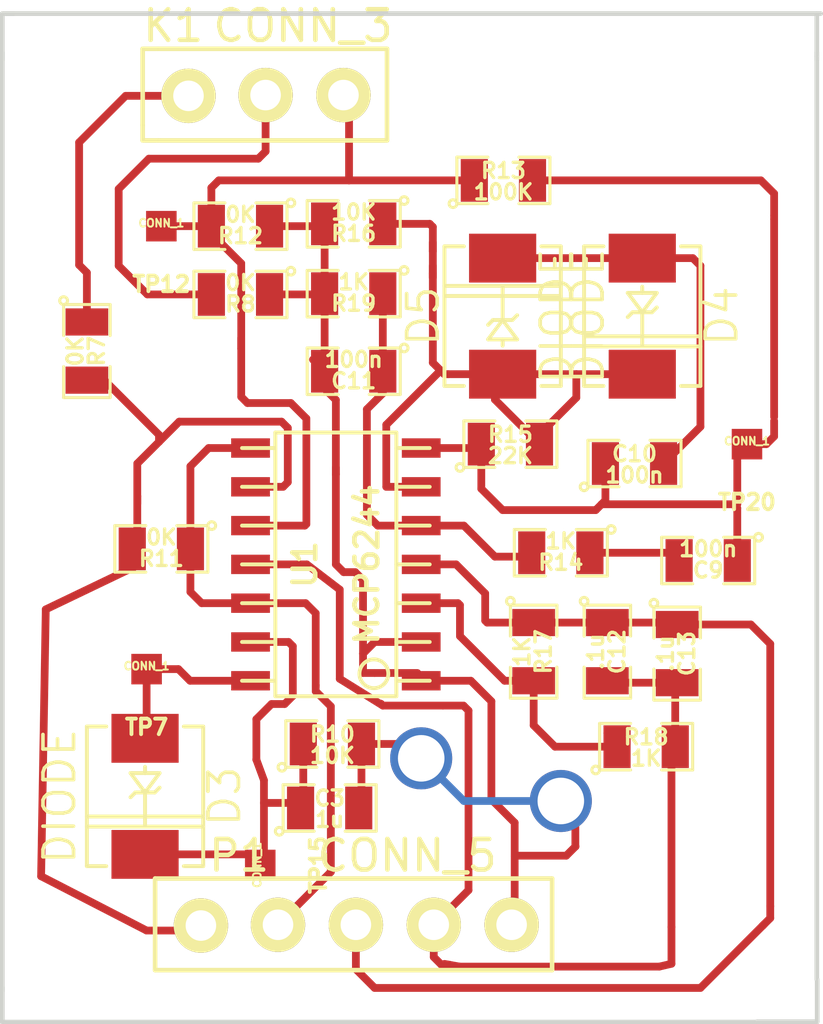
<source format=kicad_pcb>
(kicad_pcb (version 3) (host pcbnew "(2013-07-07 BZR 4022)-stable")

  (general
    (links 52)
    (no_connects 0)
    (area 28.625799 14.0514 55.575201 47.574201)
    (thickness 1.6)
    (drawings 11)
    (tracks 249)
    (zones 0)
    (modules 28)
    (nets 17)
  )

  (page A3)
  (layers
    (15 F.Cu signal)
    (0 B.Cu signal)
    (16 B.Adhes user)
    (17 F.Adhes user)
    (18 B.Paste user)
    (19 F.Paste user)
    (20 B.SilkS user)
    (21 F.SilkS user)
    (22 B.Mask user)
    (23 F.Mask user)
    (24 Dwgs.User user)
    (25 Cmts.User user)
    (26 Eco1.User user)
    (27 Eco2.User user)
    (28 Edge.Cuts user)
  )

  (setup
    (last_trace_width 0.254)
    (user_trace_width 0.6096)
    (trace_clearance 0.254)
    (zone_clearance 0.508)
    (zone_45_only no)
    (trace_min 0.254)
    (segment_width 0.2)
    (edge_width 0.1524)
    (via_size 2.032)
    (via_drill 1.524)
    (via_min_size 0.889)
    (via_min_drill 0.3302)
    (user_via 0.889 0.3302)
    (uvia_size 0.508)
    (uvia_drill 0.127)
    (uvias_allowed no)
    (uvia_min_size 0.508)
    (uvia_min_drill 0.127)
    (pcb_text_width 0.3)
    (pcb_text_size 1.5 1.5)
    (mod_edge_width 0.15)
    (mod_text_size 1 1)
    (mod_text_width 0.15)
    (pad_size 1 1)
    (pad_drill 0)
    (pad_to_mask_clearance 0)
    (aux_axis_origin 0 0)
    (visible_elements 7FFFFFFF)
    (pcbplotparams
      (layerselection 3178497)
      (usegerberextensions true)
      (excludeedgelayer true)
      (linewidth 0.150000)
      (plotframeref false)
      (viasonmask false)
      (mode 1)
      (useauxorigin false)
      (hpglpennumber 1)
      (hpglpenspeed 20)
      (hpglpendiameter 15)
      (hpglpenoverlay 2)
      (psnegative false)
      (psa4output false)
      (plotreference true)
      (plotvalue true)
      (plotothertext true)
      (plotinvisibletext false)
      (padsonsilk false)
      (subtractmaskfromsilk true)
      (outputformat 1)
      (mirror false)
      (drillshape 0)
      (scaleselection 1)
      (outputdirectory "//psf/Home/Documents/Lettuce Buddy HW/Healthy EC Test PCB/Test2/Kicad/Gerbers - second test/"))
  )

  (net 0 "")
  (net 1 /EC/50KPOT)
  (net 2 /EC/5KPOT)
  (net 3 /EC/EC_Meas)
  (net 4 /EC/EC_Probe+)
  (net 5 /EC/G1)
  (net 6 /EC/V+_WallWart)
  (net 7 /EC/VGND)
  (net 8 /EC/f1)
  (net 9 "/EC/pin 14")
  (net 10 "/EC/pin 3")
  (net 11 "/EC/pin 5")
  (net 12 "/EC/pin 6")
  (net 13 "/EC/pin 7")
  (net 14 AC_Shrunk)
  (net 15 AGND)
  (net 16 EC_Signal)

  (net_class Default "This is the default net class."
    (clearance 0.254)
    (trace_width 0.254)
    (via_dia 2.032)
    (via_drill 1.524)
    (uvia_dia 0.508)
    (uvia_drill 0.127)
    (add_net "")
    (add_net /EC/50KPOT)
    (add_net /EC/5KPOT)
    (add_net /EC/EC_Meas)
    (add_net /EC/EC_Probe+)
    (add_net /EC/G1)
    (add_net /EC/V+_WallWart)
    (add_net /EC/VGND)
    (add_net /EC/f1)
    (add_net "/EC/pin 14")
    (add_net "/EC/pin 3")
    (add_net "/EC/pin 5")
    (add_net "/EC/pin 6")
    (add_net "/EC/pin 7")
    (add_net AC_Shrunk)
    (add_net AGND)
    (add_net EC_Signal)
  )

  (module so-14 (layer F.Cu) (tedit 48A6BF8F) (tstamp 5468EC0A)
    (at 39.624 32.512 90)
    (descr SO-14)
    (path /53EF382C/5419C202)
    (attr smd)
    (fp_text reference U1 (at 0 -1.016 90) (layer F.SilkS)
      (effects (font (size 0.7493 0.7493) (thickness 0.14986)))
    )
    (fp_text value MCP6244 (at 0 1.016 90) (layer F.SilkS)
      (effects (font (size 0.7493 0.7493) (thickness 0.14986)))
    )
    (fp_line (start -4.318 -1.9812) (end -4.318 1.9812) (layer F.SilkS) (width 0.127))
    (fp_line (start -4.318 1.9812) (end 4.318 1.9812) (layer F.SilkS) (width 0.127))
    (fp_line (start 4.318 1.9812) (end 4.318 -1.9812) (layer F.SilkS) (width 0.127))
    (fp_line (start 4.318 -1.9812) (end -4.318 -1.9812) (layer F.SilkS) (width 0.127))
    (fp_line (start -2.54 -1.9812) (end -2.54 -3.0734) (layer F.SilkS) (width 0.127))
    (fp_line (start -1.27 -1.9812) (end -1.27 -3.0734) (layer F.SilkS) (width 0.127))
    (fp_line (start 0 -1.9812) (end 0 -3.0734) (layer F.SilkS) (width 0.127))
    (fp_line (start -3.81 -1.9812) (end -3.81 -3.0734) (layer F.SilkS) (width 0.127))
    (fp_line (start 1.27 -3.0734) (end 1.27 -1.9812) (layer F.SilkS) (width 0.127))
    (fp_line (start 2.54 -3.0734) (end 2.54 -1.9812) (layer F.SilkS) (width 0.127))
    (fp_line (start 3.81 -3.0734) (end 3.81 -1.9812) (layer F.SilkS) (width 0.127))
    (fp_line (start 3.81 1.9812) (end 3.81 3.0734) (layer F.SilkS) (width 0.127))
    (fp_line (start 2.54 1.9812) (end 2.54 3.0734) (layer F.SilkS) (width 0.127))
    (fp_line (start -3.81 1.9812) (end -3.81 3.0734) (layer F.SilkS) (width 0.127))
    (fp_line (start -2.54 3.0734) (end -2.54 1.9812) (layer F.SilkS) (width 0.127))
    (fp_line (start 1.27 3.0734) (end 1.27 1.9812) (layer F.SilkS) (width 0.127))
    (fp_line (start 0 3.0734) (end 0 1.9812) (layer F.SilkS) (width 0.127))
    (fp_line (start -1.27 3.0734) (end -1.27 1.9812) (layer F.SilkS) (width 0.127))
    (fp_circle (center -3.5814 1.2446) (end -3.8608 1.6256) (layer F.SilkS) (width 0.127))
    (pad 1 smd rect (at -3.81 2.794 90) (size 0.635 1.27)
      (layers F.Cu F.Paste F.Mask)
      (net 7 /EC/VGND)
    )
    (pad 2 smd rect (at -2.54 2.794 90) (size 0.635 1.27)
      (layers F.Cu F.Paste F.Mask)
      (net 7 /EC/VGND)
    )
    (pad 3 smd rect (at -1.27 2.794 90) (size 0.635 1.27)
      (layers F.Cu F.Paste F.Mask)
      (net 10 "/EC/pin 3")
    )
    (pad 4 smd rect (at 0 2.794 90) (size 0.635 1.27)
      (layers F.Cu F.Paste F.Mask)
      (net 6 /EC/V+_WallWart)
    )
    (pad 5 smd rect (at 1.27 2.794 90) (size 0.635 1.27)
      (layers F.Cu F.Paste F.Mask)
      (net 11 "/EC/pin 5")
    )
    (pad 6 smd rect (at 2.54 2.794 90) (size 0.635 1.27)
      (layers F.Cu F.Paste F.Mask)
      (net 12 "/EC/pin 6")
    )
    (pad 7 smd rect (at 3.81 2.794 90) (size 0.635 1.27)
      (layers F.Cu F.Paste F.Mask)
      (net 13 "/EC/pin 7")
    )
    (pad 8 smd rect (at 3.81 -2.794 90) (size 0.635 1.27)
      (layers F.Cu F.Paste F.Mask)
      (net 16 EC_Signal)
    )
    (pad 9 smd rect (at 2.54 -2.794 90) (size 0.635 1.27)
      (layers F.Cu F.Paste F.Mask)
      (net 4 /EC/EC_Probe+)
    )
    (pad 10 smd rect (at 1.27 -2.794 90) (size 0.635 1.27)
      (layers F.Cu F.Paste F.Mask)
      (net 14 AC_Shrunk)
    )
    (pad 11 smd rect (at 0 -2.794 90) (size 0.635 1.27)
      (layers F.Cu F.Paste F.Mask)
      (net 15 AGND)
    )
    (pad 12 smd rect (at -1.27 -2.794 90) (size 0.635 1.27)
      (layers F.Cu F.Paste F.Mask)
      (net 16 EC_Signal)
    )
    (pad 13 smd rect (at -2.54 -2.794 90) (size 0.635 1.27)
      (layers F.Cu F.Paste F.Mask)
      (net 3 /EC/EC_Meas)
    )
    (pad 14 smd rect (at -3.81 -2.794 90) (size 0.635 1.27)
      (layers F.Cu F.Paste F.Mask)
      (net 9 "/EC/pin 14")
    )
    (model smd/smd_dil/so-14.wrl
      (at (xyz 0 0 0))
      (scale (xyz 1 1 1))
      (rotate (xyz 0 0 0))
    )
  )

  (module SM0805 (layer F.Cu) (tedit 5091495C) (tstamp 5468EC17)
    (at 45.1104 19.939)
    (path /53EF382C/5416DCB7)
    (attr smd)
    (fp_text reference R13 (at 0 -0.3175) (layer F.SilkS)
      (effects (font (size 0.50038 0.50038) (thickness 0.10922)))
    )
    (fp_text value 100K (at 0 0.381) (layer F.SilkS)
      (effects (font (size 0.50038 0.50038) (thickness 0.10922)))
    )
    (fp_circle (center -1.651 0.762) (end -1.651 0.635) (layer F.SilkS) (width 0.09906))
    (fp_line (start -0.508 0.762) (end -1.524 0.762) (layer F.SilkS) (width 0.09906))
    (fp_line (start -1.524 0.762) (end -1.524 -0.762) (layer F.SilkS) (width 0.09906))
    (fp_line (start -1.524 -0.762) (end -0.508 -0.762) (layer F.SilkS) (width 0.09906))
    (fp_line (start 0.508 -0.762) (end 1.524 -0.762) (layer F.SilkS) (width 0.09906))
    (fp_line (start 1.524 -0.762) (end 1.524 0.762) (layer F.SilkS) (width 0.09906))
    (fp_line (start 1.524 0.762) (end 0.508 0.762) (layer F.SilkS) (width 0.09906))
    (pad 1 smd rect (at -0.9525 0) (size 0.889 1.397)
      (layers F.Cu F.Paste F.Mask)
      (net 14 AC_Shrunk)
    )
    (pad 2 smd rect (at 0.9525 0) (size 0.889 1.397)
      (layers F.Cu F.Paste F.Mask)
      (net 13 "/EC/pin 7")
    )
    (model smd/chip_cms.wrl
      (at (xyz 0 0 0))
      (scale (xyz 0.1 0.1 0.1))
      (rotate (xyz 0 0 0))
    )
  )

  (module SM0805 (layer F.Cu) (tedit 54693719) (tstamp 5468EC24)
    (at 33.909 32.004 180)
    (path /53EF382C/5450C300)
    (attr smd)
    (fp_text reference R11 (at 0 -0.3175 180) (layer F.SilkS)
      (effects (font (size 0.50038 0.50038) (thickness 0.10922)))
    )
    (fp_text value 0K (at 0 0.381 180) (layer F.SilkS)
      (effects (font (size 0.50038 0.50038) (thickness 0.10922)))
    )
    (fp_circle (center -1.651 0.762) (end -1.651 0.635) (layer F.SilkS) (width 0.09906))
    (fp_line (start -0.508 0.762) (end -1.524 0.762) (layer F.SilkS) (width 0.09906))
    (fp_line (start -1.524 0.762) (end -1.524 -0.762) (layer F.SilkS) (width 0.09906))
    (fp_line (start -1.524 -0.762) (end -0.508 -0.762) (layer F.SilkS) (width 0.09906))
    (fp_line (start 0.508 -0.762) (end 1.524 -0.762) (layer F.SilkS) (width 0.09906))
    (fp_line (start 1.524 -0.762) (end 1.524 0.762) (layer F.SilkS) (width 0.09906))
    (fp_line (start 1.524 0.762) (end 0.508 0.762) (layer F.SilkS) (width 0.09906))
    (pad 1 smd rect (at -0.9525 0 180) (size 0.889 1.397)
      (layers F.Cu F.Paste F.Mask)
      (net 16 EC_Signal)
    )
    (pad 2 smd rect (at 0.9525 0 180) (size 0.889 1.397)
      (layers F.Cu F.Paste F.Mask)
      (net 4 /EC/EC_Probe+)
    )
    (model smd/chip_cms.wrl
      (at (xyz 0 0 0))
      (scale (xyz 0.1 0.1 0.1))
      (rotate (xyz 0 0 0))
    )
  )

  (module SM0805 (layer F.Cu) (tedit 5091495C) (tstamp 5468EC31)
    (at 50.8 35.433 270)
    (path /53EF382C/544B8F3A)
    (attr smd)
    (fp_text reference C13 (at 0 -0.3175 270) (layer F.SilkS)
      (effects (font (size 0.50038 0.50038) (thickness 0.10922)))
    )
    (fp_text value .1u (at 0 0.381 270) (layer F.SilkS)
      (effects (font (size 0.50038 0.50038) (thickness 0.10922)))
    )
    (fp_circle (center -1.651 0.762) (end -1.651 0.635) (layer F.SilkS) (width 0.09906))
    (fp_line (start -0.508 0.762) (end -1.524 0.762) (layer F.SilkS) (width 0.09906))
    (fp_line (start -1.524 0.762) (end -1.524 -0.762) (layer F.SilkS) (width 0.09906))
    (fp_line (start -1.524 -0.762) (end -0.508 -0.762) (layer F.SilkS) (width 0.09906))
    (fp_line (start 0.508 -0.762) (end 1.524 -0.762) (layer F.SilkS) (width 0.09906))
    (fp_line (start 1.524 -0.762) (end 1.524 0.762) (layer F.SilkS) (width 0.09906))
    (fp_line (start 1.524 0.762) (end 0.508 0.762) (layer F.SilkS) (width 0.09906))
    (pad 1 smd rect (at -0.9525 0 270) (size 0.889 1.397)
      (layers F.Cu F.Paste F.Mask)
      (net 6 /EC/V+_WallWart)
    )
    (pad 2 smd rect (at 0.9525 0 270) (size 0.889 1.397)
      (layers F.Cu F.Paste F.Mask)
      (net 15 AGND)
    )
    (model smd/chip_cms.wrl
      (at (xyz 0 0 0))
      (scale (xyz 0.1 0.1 0.1))
      (rotate (xyz 0 0 0))
    )
  )

  (module SM0805 (layer F.Cu) (tedit 5091495C) (tstamp 5468EC3E)
    (at 48.514 35.3695 270)
    (path /53EF382C/544B8DF0)
    (attr smd)
    (fp_text reference C12 (at 0 -0.3175 270) (layer F.SilkS)
      (effects (font (size 0.50038 0.50038) (thickness 0.10922)))
    )
    (fp_text value .1u (at 0 0.381 270) (layer F.SilkS)
      (effects (font (size 0.50038 0.50038) (thickness 0.10922)))
    )
    (fp_circle (center -1.651 0.762) (end -1.651 0.635) (layer F.SilkS) (width 0.09906))
    (fp_line (start -0.508 0.762) (end -1.524 0.762) (layer F.SilkS) (width 0.09906))
    (fp_line (start -1.524 0.762) (end -1.524 -0.762) (layer F.SilkS) (width 0.09906))
    (fp_line (start -1.524 -0.762) (end -0.508 -0.762) (layer F.SilkS) (width 0.09906))
    (fp_line (start 0.508 -0.762) (end 1.524 -0.762) (layer F.SilkS) (width 0.09906))
    (fp_line (start 1.524 -0.762) (end 1.524 0.762) (layer F.SilkS) (width 0.09906))
    (fp_line (start 1.524 0.762) (end 0.508 0.762) (layer F.SilkS) (width 0.09906))
    (pad 1 smd rect (at -0.9525 0 270) (size 0.889 1.397)
      (layers F.Cu F.Paste F.Mask)
      (net 6 /EC/V+_WallWart)
    )
    (pad 2 smd rect (at 0.9525 0 270) (size 0.889 1.397)
      (layers F.Cu F.Paste F.Mask)
      (net 15 AGND)
    )
    (model smd/chip_cms.wrl
      (at (xyz 0 0 0))
      (scale (xyz 0.1 0.1 0.1))
      (rotate (xyz 0 0 0))
    )
  )

  (module SM0805 (layer F.Cu) (tedit 5091495C) (tstamp 5468EC4B)
    (at 39.4208 40.4876)
    (path /53EF382C/5416E04B)
    (attr smd)
    (fp_text reference C3 (at 0 -0.3175) (layer F.SilkS)
      (effects (font (size 0.50038 0.50038) (thickness 0.10922)))
    )
    (fp_text value 1u (at 0 0.381) (layer F.SilkS)
      (effects (font (size 0.50038 0.50038) (thickness 0.10922)))
    )
    (fp_circle (center -1.651 0.762) (end -1.651 0.635) (layer F.SilkS) (width 0.09906))
    (fp_line (start -0.508 0.762) (end -1.524 0.762) (layer F.SilkS) (width 0.09906))
    (fp_line (start -1.524 0.762) (end -1.524 -0.762) (layer F.SilkS) (width 0.09906))
    (fp_line (start -1.524 -0.762) (end -0.508 -0.762) (layer F.SilkS) (width 0.09906))
    (fp_line (start 0.508 -0.762) (end 1.524 -0.762) (layer F.SilkS) (width 0.09906))
    (fp_line (start 1.524 -0.762) (end 1.524 0.762) (layer F.SilkS) (width 0.09906))
    (fp_line (start 1.524 0.762) (end 0.508 0.762) (layer F.SilkS) (width 0.09906))
    (pad 1 smd rect (at -0.9525 0) (size 0.889 1.397)
      (layers F.Cu F.Paste F.Mask)
      (net 3 /EC/EC_Meas)
    )
    (pad 2 smd rect (at 0.9525 0) (size 0.889 1.397)
      (layers F.Cu F.Paste F.Mask)
      (net 7 /EC/VGND)
    )
    (model smd/chip_cms.wrl
      (at (xyz 0 0 0))
      (scale (xyz 0.1 0.1 0.1))
      (rotate (xyz 0 0 0))
    )
  )

  (module SM0805 (layer F.Cu) (tedit 5091495C) (tstamp 5468EC58)
    (at 39.5097 38.3921)
    (path /53EF382C/5416E045)
    (attr smd)
    (fp_text reference R10 (at 0 -0.3175) (layer F.SilkS)
      (effects (font (size 0.50038 0.50038) (thickness 0.10922)))
    )
    (fp_text value 10K (at 0 0.381) (layer F.SilkS)
      (effects (font (size 0.50038 0.50038) (thickness 0.10922)))
    )
    (fp_circle (center -1.651 0.762) (end -1.651 0.635) (layer F.SilkS) (width 0.09906))
    (fp_line (start -0.508 0.762) (end -1.524 0.762) (layer F.SilkS) (width 0.09906))
    (fp_line (start -1.524 0.762) (end -1.524 -0.762) (layer F.SilkS) (width 0.09906))
    (fp_line (start -1.524 -0.762) (end -0.508 -0.762) (layer F.SilkS) (width 0.09906))
    (fp_line (start 0.508 -0.762) (end 1.524 -0.762) (layer F.SilkS) (width 0.09906))
    (fp_line (start 1.524 -0.762) (end 1.524 0.762) (layer F.SilkS) (width 0.09906))
    (fp_line (start 1.524 0.762) (end 0.508 0.762) (layer F.SilkS) (width 0.09906))
    (pad 1 smd rect (at -0.9525 0) (size 0.889 1.397)
      (layers F.Cu F.Paste F.Mask)
      (net 3 /EC/EC_Meas)
    )
    (pad 2 smd rect (at 0.9525 0) (size 0.889 1.397)
      (layers F.Cu F.Paste F.Mask)
      (net 7 /EC/VGND)
    )
    (model smd/chip_cms.wrl
      (at (xyz 0 0 0))
      (scale (xyz 0.1 0.1 0.1))
      (rotate (xyz 0 0 0))
    )
  )

  (module SM0805 (layer F.Cu) (tedit 5091495C) (tstamp 5468EC65)
    (at 36.4998 21.4376 180)
    (path /53EF382C/5450C534)
    (attr smd)
    (fp_text reference R12 (at 0 -0.3175 180) (layer F.SilkS)
      (effects (font (size 0.50038 0.50038) (thickness 0.10922)))
    )
    (fp_text value 0K (at 0 0.381 180) (layer F.SilkS)
      (effects (font (size 0.50038 0.50038) (thickness 0.10922)))
    )
    (fp_circle (center -1.651 0.762) (end -1.651 0.635) (layer F.SilkS) (width 0.09906))
    (fp_line (start -0.508 0.762) (end -1.524 0.762) (layer F.SilkS) (width 0.09906))
    (fp_line (start -1.524 0.762) (end -1.524 -0.762) (layer F.SilkS) (width 0.09906))
    (fp_line (start -1.524 -0.762) (end -0.508 -0.762) (layer F.SilkS) (width 0.09906))
    (fp_line (start 0.508 -0.762) (end 1.524 -0.762) (layer F.SilkS) (width 0.09906))
    (fp_line (start 1.524 -0.762) (end 1.524 0.762) (layer F.SilkS) (width 0.09906))
    (fp_line (start 1.524 0.762) (end 0.508 0.762) (layer F.SilkS) (width 0.09906))
    (pad 1 smd rect (at -0.9525 0 180) (size 0.889 1.397)
      (layers F.Cu F.Paste F.Mask)
      (net 7 /EC/VGND)
    )
    (pad 2 smd rect (at 0.9525 0 180) (size 0.889 1.397)
      (layers F.Cu F.Paste F.Mask)
      (net 14 AC_Shrunk)
    )
    (model smd/chip_cms.wrl
      (at (xyz 0 0 0))
      (scale (xyz 0.1 0.1 0.1))
      (rotate (xyz 0 0 0))
    )
  )

  (module SM0805 (layer F.Cu) (tedit 5091495C) (tstamp 5468EC72)
    (at 46.99 32.131 180)
    (path /53EF382C/5416DB22)
    (attr smd)
    (fp_text reference R14 (at 0 -0.3175 180) (layer F.SilkS)
      (effects (font (size 0.50038 0.50038) (thickness 0.10922)))
    )
    (fp_text value 1K (at 0 0.381 180) (layer F.SilkS)
      (effects (font (size 0.50038 0.50038) (thickness 0.10922)))
    )
    (fp_circle (center -1.651 0.762) (end -1.651 0.635) (layer F.SilkS) (width 0.09906))
    (fp_line (start -0.508 0.762) (end -1.524 0.762) (layer F.SilkS) (width 0.09906))
    (fp_line (start -1.524 0.762) (end -1.524 -0.762) (layer F.SilkS) (width 0.09906))
    (fp_line (start -1.524 -0.762) (end -0.508 -0.762) (layer F.SilkS) (width 0.09906))
    (fp_line (start 0.508 -0.762) (end 1.524 -0.762) (layer F.SilkS) (width 0.09906))
    (fp_line (start 1.524 -0.762) (end 1.524 0.762) (layer F.SilkS) (width 0.09906))
    (fp_line (start 1.524 0.762) (end 0.508 0.762) (layer F.SilkS) (width 0.09906))
    (pad 1 smd rect (at -0.9525 0 180) (size 0.889 1.397)
      (layers F.Cu F.Paste F.Mask)
      (net 8 /EC/f1)
    )
    (pad 2 smd rect (at 0.9525 0 180) (size 0.889 1.397)
      (layers F.Cu F.Paste F.Mask)
      (net 11 "/EC/pin 5")
    )
    (model smd/chip_cms.wrl
      (at (xyz 0 0 0))
      (scale (xyz 0.1 0.1 0.1))
      (rotate (xyz 0 0 0))
    )
  )

  (module SM0805 (layer F.Cu) (tedit 5091495C) (tstamp 5468EC7F)
    (at 51.816 32.385 180)
    (path /53EF382C/5416DB1C)
    (attr smd)
    (fp_text reference C9 (at 0 -0.3175 180) (layer F.SilkS)
      (effects (font (size 0.50038 0.50038) (thickness 0.10922)))
    )
    (fp_text value 100n (at 0 0.381 180) (layer F.SilkS)
      (effects (font (size 0.50038 0.50038) (thickness 0.10922)))
    )
    (fp_circle (center -1.651 0.762) (end -1.651 0.635) (layer F.SilkS) (width 0.09906))
    (fp_line (start -0.508 0.762) (end -1.524 0.762) (layer F.SilkS) (width 0.09906))
    (fp_line (start -1.524 0.762) (end -1.524 -0.762) (layer F.SilkS) (width 0.09906))
    (fp_line (start -1.524 -0.762) (end -0.508 -0.762) (layer F.SilkS) (width 0.09906))
    (fp_line (start 0.508 -0.762) (end 1.524 -0.762) (layer F.SilkS) (width 0.09906))
    (fp_line (start 1.524 -0.762) (end 1.524 0.762) (layer F.SilkS) (width 0.09906))
    (fp_line (start 1.524 0.762) (end 0.508 0.762) (layer F.SilkS) (width 0.09906))
    (pad 1 smd rect (at -0.9525 0 180) (size 0.889 1.397)
      (layers F.Cu F.Paste F.Mask)
      (net 13 "/EC/pin 7")
    )
    (pad 2 smd rect (at 0.9525 0 180) (size 0.889 1.397)
      (layers F.Cu F.Paste F.Mask)
      (net 8 /EC/f1)
    )
    (model smd/chip_cms.wrl
      (at (xyz 0 0 0))
      (scale (xyz 0.1 0.1 0.1))
      (rotate (xyz 0 0 0))
    )
  )

  (module SM0805 (layer F.Cu) (tedit 5091495C) (tstamp 5468EC8C)
    (at 36.4998 23.6728 180)
    (path /53EF382C/546734B9)
    (attr smd)
    (fp_text reference R8 (at 0 -0.3175 180) (layer F.SilkS)
      (effects (font (size 0.50038 0.50038) (thickness 0.10922)))
    )
    (fp_text value 0K (at 0 0.381 180) (layer F.SilkS)
      (effects (font (size 0.50038 0.50038) (thickness 0.10922)))
    )
    (fp_circle (center -1.651 0.762) (end -1.651 0.635) (layer F.SilkS) (width 0.09906))
    (fp_line (start -0.508 0.762) (end -1.524 0.762) (layer F.SilkS) (width 0.09906))
    (fp_line (start -1.524 0.762) (end -1.524 -0.762) (layer F.SilkS) (width 0.09906))
    (fp_line (start -1.524 -0.762) (end -0.508 -0.762) (layer F.SilkS) (width 0.09906))
    (fp_line (start 0.508 -0.762) (end 1.524 -0.762) (layer F.SilkS) (width 0.09906))
    (fp_line (start 1.524 -0.762) (end 1.524 0.762) (layer F.SilkS) (width 0.09906))
    (fp_line (start 1.524 0.762) (end 0.508 0.762) (layer F.SilkS) (width 0.09906))
    (pad 1 smd rect (at -0.9525 0 180) (size 0.889 1.397)
      (layers F.Cu F.Paste F.Mask)
      (net 7 /EC/VGND)
    )
    (pad 2 smd rect (at 0.9525 0 180) (size 0.889 1.397)
      (layers F.Cu F.Paste F.Mask)
      (net 1 /EC/50KPOT)
    )
    (model smd/chip_cms.wrl
      (at (xyz 0 0 0))
      (scale (xyz 0.1 0.1 0.1))
      (rotate (xyz 0 0 0))
    )
  )

  (module SM0805 (layer F.Cu) (tedit 5091495C) (tstamp 5468EC99)
    (at 31.4706 25.527 270)
    (path /53EF382C/5467383B)
    (attr smd)
    (fp_text reference R7 (at 0 -0.3175 270) (layer F.SilkS)
      (effects (font (size 0.50038 0.50038) (thickness 0.10922)))
    )
    (fp_text value 0K (at 0 0.381 270) (layer F.SilkS)
      (effects (font (size 0.50038 0.50038) (thickness 0.10922)))
    )
    (fp_circle (center -1.651 0.762) (end -1.651 0.635) (layer F.SilkS) (width 0.09906))
    (fp_line (start -0.508 0.762) (end -1.524 0.762) (layer F.SilkS) (width 0.09906))
    (fp_line (start -1.524 0.762) (end -1.524 -0.762) (layer F.SilkS) (width 0.09906))
    (fp_line (start -1.524 -0.762) (end -0.508 -0.762) (layer F.SilkS) (width 0.09906))
    (fp_line (start 0.508 -0.762) (end 1.524 -0.762) (layer F.SilkS) (width 0.09906))
    (fp_line (start 1.524 -0.762) (end 1.524 0.762) (layer F.SilkS) (width 0.09906))
    (fp_line (start 1.524 0.762) (end 0.508 0.762) (layer F.SilkS) (width 0.09906))
    (pad 1 smd rect (at -0.9525 0 270) (size 0.889 1.397)
      (layers F.Cu F.Paste F.Mask)
      (net 2 /EC/5KPOT)
    )
    (pad 2 smd rect (at 0.9525 0 270) (size 0.889 1.397)
      (layers F.Cu F.Paste F.Mask)
      (net 4 /EC/EC_Probe+)
    )
    (model smd/chip_cms.wrl
      (at (xyz 0 0 0))
      (scale (xyz 0.1 0.1 0.1))
      (rotate (xyz 0 0 0))
    )
  )

  (module SM0805 (layer F.Cu) (tedit 5091495C) (tstamp 5468ECA6)
    (at 45.339 28.575)
    (path /53EF382C/5416D7C3)
    (attr smd)
    (fp_text reference R15 (at 0 -0.3175) (layer F.SilkS)
      (effects (font (size 0.50038 0.50038) (thickness 0.10922)))
    )
    (fp_text value 22K (at 0 0.381) (layer F.SilkS)
      (effects (font (size 0.50038 0.50038) (thickness 0.10922)))
    )
    (fp_circle (center -1.651 0.762) (end -1.651 0.635) (layer F.SilkS) (width 0.09906))
    (fp_line (start -0.508 0.762) (end -1.524 0.762) (layer F.SilkS) (width 0.09906))
    (fp_line (start -1.524 0.762) (end -1.524 -0.762) (layer F.SilkS) (width 0.09906))
    (fp_line (start -1.524 -0.762) (end -0.508 -0.762) (layer F.SilkS) (width 0.09906))
    (fp_line (start 0.508 -0.762) (end 1.524 -0.762) (layer F.SilkS) (width 0.09906))
    (fp_line (start 1.524 -0.762) (end 1.524 0.762) (layer F.SilkS) (width 0.09906))
    (fp_line (start 1.524 0.762) (end 0.508 0.762) (layer F.SilkS) (width 0.09906))
    (pad 1 smd rect (at -0.9525 0) (size 0.889 1.397)
      (layers F.Cu F.Paste F.Mask)
      (net 13 "/EC/pin 7")
    )
    (pad 2 smd rect (at 0.9525 0) (size 0.889 1.397)
      (layers F.Cu F.Paste F.Mask)
      (net 12 "/EC/pin 6")
    )
    (model smd/chip_cms.wrl
      (at (xyz 0 0 0))
      (scale (xyz 0.1 0.1 0.1))
      (rotate (xyz 0 0 0))
    )
  )

  (module SM0805 (layer F.Cu) (tedit 5091495C) (tstamp 5468ECB3)
    (at 49.403 29.21)
    (path /53EF382C/5416D70C)
    (attr smd)
    (fp_text reference C10 (at 0 -0.3175) (layer F.SilkS)
      (effects (font (size 0.50038 0.50038) (thickness 0.10922)))
    )
    (fp_text value 100n (at 0 0.381) (layer F.SilkS)
      (effects (font (size 0.50038 0.50038) (thickness 0.10922)))
    )
    (fp_circle (center -1.651 0.762) (end -1.651 0.635) (layer F.SilkS) (width 0.09906))
    (fp_line (start -0.508 0.762) (end -1.524 0.762) (layer F.SilkS) (width 0.09906))
    (fp_line (start -1.524 0.762) (end -1.524 -0.762) (layer F.SilkS) (width 0.09906))
    (fp_line (start -1.524 -0.762) (end -0.508 -0.762) (layer F.SilkS) (width 0.09906))
    (fp_line (start 0.508 -0.762) (end 1.524 -0.762) (layer F.SilkS) (width 0.09906))
    (fp_line (start 1.524 -0.762) (end 1.524 0.762) (layer F.SilkS) (width 0.09906))
    (fp_line (start 1.524 0.762) (end 0.508 0.762) (layer F.SilkS) (width 0.09906))
    (pad 1 smd rect (at -0.9525 0) (size 0.889 1.397)
      (layers F.Cu F.Paste F.Mask)
      (net 13 "/EC/pin 7")
    )
    (pad 2 smd rect (at 0.9525 0) (size 0.889 1.397)
      (layers F.Cu F.Paste F.Mask)
      (net 5 /EC/G1)
    )
    (model smd/chip_cms.wrl
      (at (xyz 0 0 0))
      (scale (xyz 0.1 0.1 0.1))
      (rotate (xyz 0 0 0))
    )
  )

  (module SM0805 (layer F.Cu) (tedit 5091495C) (tstamp 5468ECC0)
    (at 40.2082 26.1874 180)
    (path /53EF382C/5416D6FD)
    (attr smd)
    (fp_text reference C11 (at 0 -0.3175 180) (layer F.SilkS)
      (effects (font (size 0.50038 0.50038) (thickness 0.10922)))
    )
    (fp_text value 100n (at 0 0.381 180) (layer F.SilkS)
      (effects (font (size 0.50038 0.50038) (thickness 0.10922)))
    )
    (fp_circle (center -1.651 0.762) (end -1.651 0.635) (layer F.SilkS) (width 0.09906))
    (fp_line (start -0.508 0.762) (end -1.524 0.762) (layer F.SilkS) (width 0.09906))
    (fp_line (start -1.524 0.762) (end -1.524 -0.762) (layer F.SilkS) (width 0.09906))
    (fp_line (start -1.524 -0.762) (end -0.508 -0.762) (layer F.SilkS) (width 0.09906))
    (fp_line (start 0.508 -0.762) (end 1.524 -0.762) (layer F.SilkS) (width 0.09906))
    (fp_line (start 1.524 -0.762) (end 1.524 0.762) (layer F.SilkS) (width 0.09906))
    (fp_line (start 1.524 0.762) (end 0.508 0.762) (layer F.SilkS) (width 0.09906))
    (pad 1 smd rect (at -0.9525 0 180) (size 0.889 1.397)
      (layers F.Cu F.Paste F.Mask)
      (net 11 "/EC/pin 5")
    )
    (pad 2 smd rect (at 0.9525 0 180) (size 0.889 1.397)
      (layers F.Cu F.Paste F.Mask)
      (net 7 /EC/VGND)
    )
    (model smd/chip_cms.wrl
      (at (xyz 0 0 0))
      (scale (xyz 0.1 0.1 0.1))
      (rotate (xyz 0 0 0))
    )
  )

  (module SM0805 (layer F.Cu) (tedit 5091495C) (tstamp 5468ECCD)
    (at 40.2082 21.3614 180)
    (path /53EF382C/5416D6F5)
    (attr smd)
    (fp_text reference R16 (at 0 -0.3175 180) (layer F.SilkS)
      (effects (font (size 0.50038 0.50038) (thickness 0.10922)))
    )
    (fp_text value 10K (at 0 0.381 180) (layer F.SilkS)
      (effects (font (size 0.50038 0.50038) (thickness 0.10922)))
    )
    (fp_circle (center -1.651 0.762) (end -1.651 0.635) (layer F.SilkS) (width 0.09906))
    (fp_line (start -0.508 0.762) (end -1.524 0.762) (layer F.SilkS) (width 0.09906))
    (fp_line (start -1.524 0.762) (end -1.524 -0.762) (layer F.SilkS) (width 0.09906))
    (fp_line (start -1.524 -0.762) (end -0.508 -0.762) (layer F.SilkS) (width 0.09906))
    (fp_line (start 0.508 -0.762) (end 1.524 -0.762) (layer F.SilkS) (width 0.09906))
    (fp_line (start 1.524 -0.762) (end 1.524 0.762) (layer F.SilkS) (width 0.09906))
    (fp_line (start 1.524 0.762) (end 0.508 0.762) (layer F.SilkS) (width 0.09906))
    (pad 1 smd rect (at -0.9525 0 180) (size 0.889 1.397)
      (layers F.Cu F.Paste F.Mask)
      (net 12 "/EC/pin 6")
    )
    (pad 2 smd rect (at 0.9525 0 180) (size 0.889 1.397)
      (layers F.Cu F.Paste F.Mask)
      (net 7 /EC/VGND)
    )
    (model smd/chip_cms.wrl
      (at (xyz 0 0 0))
      (scale (xyz 0.1 0.1 0.1))
      (rotate (xyz 0 0 0))
    )
  )

  (module SM0805 (layer F.Cu) (tedit 5091495C) (tstamp 5468ECDA)
    (at 40.2082 23.6474 180)
    (path /53EF382C/5416D6EF)
    (attr smd)
    (fp_text reference R19 (at 0 -0.3175 180) (layer F.SilkS)
      (effects (font (size 0.50038 0.50038) (thickness 0.10922)))
    )
    (fp_text value 1K (at 0 0.381 180) (layer F.SilkS)
      (effects (font (size 0.50038 0.50038) (thickness 0.10922)))
    )
    (fp_circle (center -1.651 0.762) (end -1.651 0.635) (layer F.SilkS) (width 0.09906))
    (fp_line (start -0.508 0.762) (end -1.524 0.762) (layer F.SilkS) (width 0.09906))
    (fp_line (start -1.524 0.762) (end -1.524 -0.762) (layer F.SilkS) (width 0.09906))
    (fp_line (start -1.524 -0.762) (end -0.508 -0.762) (layer F.SilkS) (width 0.09906))
    (fp_line (start 0.508 -0.762) (end 1.524 -0.762) (layer F.SilkS) (width 0.09906))
    (fp_line (start 1.524 -0.762) (end 1.524 0.762) (layer F.SilkS) (width 0.09906))
    (fp_line (start 1.524 0.762) (end 0.508 0.762) (layer F.SilkS) (width 0.09906))
    (pad 1 smd rect (at -0.9525 0 180) (size 0.889 1.397)
      (layers F.Cu F.Paste F.Mask)
      (net 11 "/EC/pin 5")
    )
    (pad 2 smd rect (at 0.9525 0 180) (size 0.889 1.397)
      (layers F.Cu F.Paste F.Mask)
      (net 7 /EC/VGND)
    )
    (model smd/chip_cms.wrl
      (at (xyz 0 0 0))
      (scale (xyz 0.1 0.1 0.1))
      (rotate (xyz 0 0 0))
    )
  )

  (module SM0805 (layer F.Cu) (tedit 5091495C) (tstamp 5468ECE7)
    (at 49.784 38.481)
    (path /53EF382C/5416D6B8)
    (attr smd)
    (fp_text reference R18 (at 0 -0.3175) (layer F.SilkS)
      (effects (font (size 0.50038 0.50038) (thickness 0.10922)))
    )
    (fp_text value 1K (at 0 0.381) (layer F.SilkS)
      (effects (font (size 0.50038 0.50038) (thickness 0.10922)))
    )
    (fp_circle (center -1.651 0.762) (end -1.651 0.635) (layer F.SilkS) (width 0.09906))
    (fp_line (start -0.508 0.762) (end -1.524 0.762) (layer F.SilkS) (width 0.09906))
    (fp_line (start -1.524 0.762) (end -1.524 -0.762) (layer F.SilkS) (width 0.09906))
    (fp_line (start -1.524 -0.762) (end -0.508 -0.762) (layer F.SilkS) (width 0.09906))
    (fp_line (start 0.508 -0.762) (end 1.524 -0.762) (layer F.SilkS) (width 0.09906))
    (fp_line (start 1.524 -0.762) (end 1.524 0.762) (layer F.SilkS) (width 0.09906))
    (fp_line (start 1.524 0.762) (end 0.508 0.762) (layer F.SilkS) (width 0.09906))
    (pad 1 smd rect (at -0.9525 0) (size 0.889 1.397)
      (layers F.Cu F.Paste F.Mask)
      (net 10 "/EC/pin 3")
    )
    (pad 2 smd rect (at 0.9525 0) (size 0.889 1.397)
      (layers F.Cu F.Paste F.Mask)
      (net 15 AGND)
    )
    (model smd/chip_cms.wrl
      (at (xyz 0 0 0))
      (scale (xyz 0.1 0.1 0.1))
      (rotate (xyz 0 0 0))
    )
  )

  (module SM0805 (layer F.Cu) (tedit 5091495C) (tstamp 5468ECF4)
    (at 46.101 35.3695 270)
    (path /53EF382C/5416D6AB)
    (attr smd)
    (fp_text reference R17 (at 0 -0.3175 270) (layer F.SilkS)
      (effects (font (size 0.50038 0.50038) (thickness 0.10922)))
    )
    (fp_text value 1K (at 0 0.381 270) (layer F.SilkS)
      (effects (font (size 0.50038 0.50038) (thickness 0.10922)))
    )
    (fp_circle (center -1.651 0.762) (end -1.651 0.635) (layer F.SilkS) (width 0.09906))
    (fp_line (start -0.508 0.762) (end -1.524 0.762) (layer F.SilkS) (width 0.09906))
    (fp_line (start -1.524 0.762) (end -1.524 -0.762) (layer F.SilkS) (width 0.09906))
    (fp_line (start -1.524 -0.762) (end -0.508 -0.762) (layer F.SilkS) (width 0.09906))
    (fp_line (start 0.508 -0.762) (end 1.524 -0.762) (layer F.SilkS) (width 0.09906))
    (fp_line (start 1.524 -0.762) (end 1.524 0.762) (layer F.SilkS) (width 0.09906))
    (fp_line (start 1.524 0.762) (end 0.508 0.762) (layer F.SilkS) (width 0.09906))
    (pad 1 smd rect (at -0.9525 0 270) (size 0.889 1.397)
      (layers F.Cu F.Paste F.Mask)
      (net 6 /EC/V+_WallWart)
    )
    (pad 2 smd rect (at 0.9525 0 270) (size 0.889 1.397)
      (layers F.Cu F.Paste F.Mask)
      (net 10 "/EC/pin 3")
    )
    (model smd/chip_cms.wrl
      (at (xyz 0 0 0))
      (scale (xyz 0.1 0.1 0.1))
      (rotate (xyz 0 0 0))
    )
  )

  (module LB_TestPoint (layer F.Cu) (tedit 54677F7B) (tstamp 5468ECF9)
    (at 53.086 28.575)
    (path /53EF382C/54187FEE)
    (fp_text reference TP20 (at 0 1.9) (layer F.SilkS)
      (effects (font (size 0.508 0.508) (thickness 0.127)))
    )
    (fp_text value CONN_1 (at 0 -0.1) (layer F.SilkS)
      (effects (font (size 0.254 0.254) (thickness 0.0635)))
    )
    (pad 1 smd rect (at 0 0) (size 1 1)
      (layers F.Cu F.Paste F.Mask)
      (net 13 "/EC/pin 7")
    )
  )

  (module LB_TestPoint (layer F.Cu) (tedit 54677F7B) (tstamp 5468ECFE)
    (at 37.1475 42.3545 90)
    (path /53EF382C/541883B4)
    (fp_text reference TP15 (at 0 1.9 90) (layer F.SilkS)
      (effects (font (size 0.508 0.508) (thickness 0.127)))
    )
    (fp_text value CONN_1 (at 0 -0.1 90) (layer F.SilkS)
      (effects (font (size 0.254 0.254) (thickness 0.0635)))
    )
    (pad 1 smd rect (at 0 0 90) (size 1 1)
      (layers F.Cu F.Paste F.Mask)
      (net 3 /EC/EC_Meas)
    )
  )

  (module LB_TestPoint (layer F.Cu) (tedit 54677F7B) (tstamp 5468ED03)
    (at 33.909 21.4376)
    (path /53EF382C/544BE33F)
    (fp_text reference TP12 (at 0 1.9) (layer F.SilkS)
      (effects (font (size 0.508 0.508) (thickness 0.127)))
    )
    (fp_text value CONN_1 (at 0 -0.1) (layer F.SilkS)
      (effects (font (size 0.254 0.254) (thickness 0.0635)))
    )
    (pad 1 smd rect (at 0 0) (size 1 1)
      (layers F.Cu F.Paste F.Mask)
      (net 14 AC_Shrunk)
    )
  )

  (module LB_TestPoint (layer F.Cu) (tedit 54677F7B) (tstamp 5468ED08)
    (at 33.4264 35.941)
    (path /53EF382C/544D057D)
    (fp_text reference TP7 (at 0 1.9) (layer F.SilkS)
      (effects (font (size 0.508 0.508) (thickness 0.127)))
    )
    (fp_text value CONN_1 (at 0 -0.1) (layer F.SilkS)
      (effects (font (size 0.254 0.254) (thickness 0.0635)))
    )
    (pad 1 smd rect (at 0 0) (size 1 1)
      (layers F.Cu F.Paste F.Mask)
      (net 9 "/EC/pin 14")
    )
  )

  (module "DO-214AC(SMA)" (layer F.Cu) (tedit 50924EEA) (tstamp 5468ED36)
    (at 33.3756 40.1066 270)
    (descr "DO-214AC (SMA)  PACKAGE.")
    (tags "DO-214AC SMA")
    (path /53EF382C/5416E03F)
    (attr smd)
    (fp_text reference D3 (at 0 -2.60096 270) (layer F.SilkS)
      (effects (font (size 1.00076 1.00076) (thickness 0.11938)))
    )
    (fp_text value DIODE (at 0 2.79908 270) (layer F.SilkS)
      (effects (font (size 1.00076 1.00076) (thickness 0.11938)))
    )
    (fp_line (start -0.762 0) (end -0.9652 0) (layer F.SilkS) (width 0.127))
    (fp_line (start -2.286 -1.905) (end 2.286 -1.905) (layer F.SilkS) (width 0.127))
    (fp_line (start 2.286 -1.905) (end 2.286 -1.27) (layer F.SilkS) (width 0.127))
    (fp_line (start 0.6604 1.905) (end 0.6604 -1.905) (layer F.SilkS) (width 0.127))
    (fp_line (start 0.9906 1.905) (end 0.9906 -1.905) (layer F.SilkS) (width 0.127))
    (fp_line (start -2.286 1.27) (end -2.286 1.905) (layer F.SilkS) (width 0.127))
    (fp_line (start -2.286 1.905) (end 2.286 1.905) (layer F.SilkS) (width 0.127))
    (fp_line (start 2.286 1.905) (end 2.286 1.27) (layer F.SilkS) (width 0.127))
    (fp_line (start -2.286 -1.27) (end -2.286 -1.905) (layer F.SilkS) (width 0.127))
    (fp_line (start -0.127 0) (end -0.762 -0.47498) (layer F.SilkS) (width 0.127))
    (fp_line (start -0.762 -0.47498) (end -0.762 0) (layer F.SilkS) (width 0.127))
    (fp_line (start -0.762 0) (end -0.762 0.47498) (layer F.SilkS) (width 0.127))
    (fp_line (start -0.762 0.47498) (end -0.127 0) (layer F.SilkS) (width 0.127))
    (fp_line (start -0.127 0) (end -0.127 -0.3175) (layer F.SilkS) (width 0.127))
    (fp_line (start -0.127 -0.3175) (end -0.28448 -0.47498) (layer F.SilkS) (width 0.127))
    (fp_line (start -0.127 0) (end -0.127 0.3175) (layer F.SilkS) (width 0.127))
    (fp_line (start -0.127 0.3175) (end 0.03048 0.47498) (layer F.SilkS) (width 0.127))
    (fp_line (start -0.127 0) (end 0.98298 0) (layer F.SilkS) (width 0.127))
    (pad 1 smd rect (at -1.89992 0 270) (size 1.6002 2.19964)
      (layers F.Cu F.Paste F.Mask)
      (net 9 "/EC/pin 14")
    )
    (pad 2 smd rect (at 1.89992 0 270) (size 1.6002 2.19964)
      (layers F.Cu F.Paste F.Mask)
      (net 3 /EC/EC_Meas)
    )
    (model smd/do214.wrl
      (at (xyz 0 0 0))
      (scale (xyz 0.95 0.95 0.95))
      (rotate (xyz 0 0 0))
    )
  )

  (module "DO-214AC(SMA)" (layer F.Cu) (tedit 50924EEA) (tstamp 5468ED4E)
    (at 45.085 24.384 90)
    (descr "DO-214AC (SMA)  PACKAGE.")
    (tags "DO-214AC SMA")
    (path /53EF382C/5416D7E2)
    (attr smd)
    (fp_text reference D5 (at 0 -2.60096 90) (layer F.SilkS)
      (effects (font (size 1.00076 1.00076) (thickness 0.11938)))
    )
    (fp_text value DIODE (at 0 2.79908 90) (layer F.SilkS)
      (effects (font (size 1.00076 1.00076) (thickness 0.11938)))
    )
    (fp_line (start -0.762 0) (end -0.9652 0) (layer F.SilkS) (width 0.127))
    (fp_line (start -2.286 -1.905) (end 2.286 -1.905) (layer F.SilkS) (width 0.127))
    (fp_line (start 2.286 -1.905) (end 2.286 -1.27) (layer F.SilkS) (width 0.127))
    (fp_line (start 0.6604 1.905) (end 0.6604 -1.905) (layer F.SilkS) (width 0.127))
    (fp_line (start 0.9906 1.905) (end 0.9906 -1.905) (layer F.SilkS) (width 0.127))
    (fp_line (start -2.286 1.27) (end -2.286 1.905) (layer F.SilkS) (width 0.127))
    (fp_line (start -2.286 1.905) (end 2.286 1.905) (layer F.SilkS) (width 0.127))
    (fp_line (start 2.286 1.905) (end 2.286 1.27) (layer F.SilkS) (width 0.127))
    (fp_line (start -2.286 -1.27) (end -2.286 -1.905) (layer F.SilkS) (width 0.127))
    (fp_line (start -0.127 0) (end -0.762 -0.47498) (layer F.SilkS) (width 0.127))
    (fp_line (start -0.762 -0.47498) (end -0.762 0) (layer F.SilkS) (width 0.127))
    (fp_line (start -0.762 0) (end -0.762 0.47498) (layer F.SilkS) (width 0.127))
    (fp_line (start -0.762 0.47498) (end -0.127 0) (layer F.SilkS) (width 0.127))
    (fp_line (start -0.127 0) (end -0.127 -0.3175) (layer F.SilkS) (width 0.127))
    (fp_line (start -0.127 -0.3175) (end -0.28448 -0.47498) (layer F.SilkS) (width 0.127))
    (fp_line (start -0.127 0) (end -0.127 0.3175) (layer F.SilkS) (width 0.127))
    (fp_line (start -0.127 0.3175) (end 0.03048 0.47498) (layer F.SilkS) (width 0.127))
    (fp_line (start -0.127 0) (end 0.98298 0) (layer F.SilkS) (width 0.127))
    (pad 1 smd rect (at -1.89992 0 90) (size 1.6002 2.19964)
      (layers F.Cu F.Paste F.Mask)
      (net 12 "/EC/pin 6")
    )
    (pad 2 smd rect (at 1.89992 0 90) (size 1.6002 2.19964)
      (layers F.Cu F.Paste F.Mask)
      (net 5 /EC/G1)
    )
    (model smd/do214.wrl
      (at (xyz 0 0 0))
      (scale (xyz 0.95 0.95 0.95))
      (rotate (xyz 0 0 0))
    )
  )

  (module "DO-214AC(SMA)" (layer F.Cu) (tedit 50924EEA) (tstamp 5468ED66)
    (at 49.657 24.384 270)
    (descr "DO-214AC (SMA)  PACKAGE.")
    (tags "DO-214AC SMA")
    (path /53EF382C/5416D7D5)
    (attr smd)
    (fp_text reference D4 (at 0 -2.60096 270) (layer F.SilkS)
      (effects (font (size 1.00076 1.00076) (thickness 0.11938)))
    )
    (fp_text value DIODE (at 0 2.79908 270) (layer F.SilkS)
      (effects (font (size 1.00076 1.00076) (thickness 0.11938)))
    )
    (fp_line (start -0.762 0) (end -0.9652 0) (layer F.SilkS) (width 0.127))
    (fp_line (start -2.286 -1.905) (end 2.286 -1.905) (layer F.SilkS) (width 0.127))
    (fp_line (start 2.286 -1.905) (end 2.286 -1.27) (layer F.SilkS) (width 0.127))
    (fp_line (start 0.6604 1.905) (end 0.6604 -1.905) (layer F.SilkS) (width 0.127))
    (fp_line (start 0.9906 1.905) (end 0.9906 -1.905) (layer F.SilkS) (width 0.127))
    (fp_line (start -2.286 1.27) (end -2.286 1.905) (layer F.SilkS) (width 0.127))
    (fp_line (start -2.286 1.905) (end 2.286 1.905) (layer F.SilkS) (width 0.127))
    (fp_line (start 2.286 1.905) (end 2.286 1.27) (layer F.SilkS) (width 0.127))
    (fp_line (start -2.286 -1.27) (end -2.286 -1.905) (layer F.SilkS) (width 0.127))
    (fp_line (start -0.127 0) (end -0.762 -0.47498) (layer F.SilkS) (width 0.127))
    (fp_line (start -0.762 -0.47498) (end -0.762 0) (layer F.SilkS) (width 0.127))
    (fp_line (start -0.762 0) (end -0.762 0.47498) (layer F.SilkS) (width 0.127))
    (fp_line (start -0.762 0.47498) (end -0.127 0) (layer F.SilkS) (width 0.127))
    (fp_line (start -0.127 0) (end -0.127 -0.3175) (layer F.SilkS) (width 0.127))
    (fp_line (start -0.127 -0.3175) (end -0.28448 -0.47498) (layer F.SilkS) (width 0.127))
    (fp_line (start -0.127 0) (end -0.127 0.3175) (layer F.SilkS) (width 0.127))
    (fp_line (start -0.127 0.3175) (end 0.03048 0.47498) (layer F.SilkS) (width 0.127))
    (fp_line (start -0.127 0) (end 0.98298 0) (layer F.SilkS) (width 0.127))
    (pad 1 smd rect (at -1.89992 0 270) (size 1.6002 2.19964)
      (layers F.Cu F.Paste F.Mask)
      (net 5 /EC/G1)
    )
    (pad 2 smd rect (at 1.89992 0 270) (size 1.6002 2.19964)
      (layers F.Cu F.Paste F.Mask)
      (net 12 "/EC/pin 6")
    )
    (model smd/do214.wrl
      (at (xyz 0 0 0))
      (scale (xyz 0.95 0.95 0.95))
      (rotate (xyz 0 0 0))
    )
  )

  (module LB_CONN_5 (layer F.Cu) (tedit 54693D1E) (tstamp 54693EB7)
    (at 35.2044 44.2976)
    (path /54693F63)
    (fp_text reference P1 (at 1.25 -2.25) (layer F.SilkS)
      (effects (font (size 1 1) (thickness 0.15)))
    )
    (fp_text value CONN_5 (at 6.75 -2.25) (layer F.SilkS)
      (effects (font (size 1 1) (thickness 0.15)))
    )
    (fp_line (start -1.5 -1.5) (end 11.5 -1.5) (layer F.SilkS) (width 0.15))
    (fp_line (start 11.5 -1.5) (end 11.5 1.5) (layer F.SilkS) (width 0.15))
    (fp_line (start 11.5 1.5) (end -1.5 1.5) (layer F.SilkS) (width 0.15))
    (fp_line (start -1.5 -1.5) (end -1.5 1.5) (layer F.SilkS) (width 0.15))
    (pad 1 thru_hole circle (at 0 0.04) (size 1.78 1.78) (drill 1)
      (layers *.Cu *.Mask F.SilkS)
      (net 4 /EC/EC_Probe+)
    )
    (pad 2 thru_hole circle (at 2.5246 0.0146) (size 1.78 1.78) (drill 1)
      (layers *.Cu *.Mask F.SilkS)
      (net 16 EC_Signal)
    )
    (pad 3 thru_hole circle (at 5.0746 0.0146) (size 1.78 1.78) (drill 1)
      (layers *.Cu *.Mask F.SilkS)
      (net 6 /EC/V+_WallWart)
    )
    (pad 4 thru_hole circle (at 7.6246 0.0146) (size 1.78 1.78) (drill 1)
      (layers *.Cu *.Mask F.SilkS)
      (net 15 AGND)
    )
    (pad 5 thru_hole circle (at 10.1746 0.0146) (size 1.78 1.78) (drill 1)
      (layers *.Cu *.Mask F.SilkS)
      (net 7 /EC/VGND)
    )
  )

  (module LB_CONN_3 (layer F.Cu) (tedit 5469433C) (tstamp 546943C7)
    (at 34.798 14.6304)
    (path /54693B5C)
    (fp_text reference K1 (at -0.5 0.25) (layer F.SilkS)
      (effects (font (size 1 1) (thickness 0.15)))
    )
    (fp_text value CONN_3 (at 3.75 0.25) (layer F.SilkS)
      (effects (font (size 1 1) (thickness 0.15)))
    )
    (fp_line (start -1 1) (end 6.5 1) (layer F.SilkS) (width 0.15))
    (fp_line (start 6.5 1) (end 6.5 4) (layer F.SilkS) (width 0.15))
    (fp_line (start 6.5 4) (end -1 4) (layer F.SilkS) (width 0.15))
    (fp_line (start -1.5 3.5) (end -1.5 1) (layer F.SilkS) (width 0.15))
    (fp_line (start -1.5 1) (end -1 1) (layer F.SilkS) (width 0.15))
    (fp_line (start -1.5 3.5) (end -1.5 4) (layer F.SilkS) (width 0.15))
    (fp_line (start -1.5 4) (end -1 4) (layer F.SilkS) (width 0.15))
    (pad 1 thru_hole circle (at 0 2.54) (size 1.78 1.78) (drill 1)
      (layers *.Cu *.Mask F.SilkS)
      (net 2 /EC/5KPOT)
    )
    (pad 2 thru_hole circle (at 2.5246 2.5146) (size 1.78 1.78) (drill 1)
      (layers *.Cu *.Mask F.SilkS)
      (net 1 /EC/50KPOT)
    )
    (pad 3 thru_hole circle (at 5.0746 2.5146) (size 1.78 1.78) (drill 1)
      (layers *.Cu *.Mask F.SilkS)
      (net 14 AC_Shrunk)
    )
  )

  (gr_line (start 55.372 15.875) (end 55.372 14.478) (angle 90) (layer Edge.Cuts) (width 0.1524))
  (gr_line (start 28.702 14.478) (end 29.083 14.478) (angle 90) (layer Edge.Cuts) (width 0.1524))
  (gr_line (start 28.702 16.002) (end 28.702 14.478) (angle 90) (layer Edge.Cuts) (width 0.1524))
  (gr_line (start 55.372 46.101) (end 55.372 15.875) (angle 90) (layer Edge.Cuts) (width 0.1524))
  (gr_line (start 55.372 15.748) (end 55.372 16.002) (angle 90) (layer Edge.Cuts) (width 0.1524))
  (gr_line (start 28.829 14.478) (end 55.499 14.478) (angle 90) (layer Edge.Cuts) (width 0.1524))
  (gr_line (start 28.702 46.482) (end 28.702 15.748) (angle 90) (layer Edge.Cuts) (width 0.1524))
  (gr_line (start 28.702 47.498) (end 28.702 46.355) (angle 90) (layer Edge.Cuts) (width 0.1524))
  (gr_line (start 53.467 47.498) (end 28.702 47.498) (angle 90) (layer Edge.Cuts) (width 0.1524))
  (gr_line (start 55.3847 47.4853) (end 53.4162 47.4853) (angle 90) (layer Edge.Cuts) (width 0.1524))
  (gr_line (start 55.3847 46.101) (end 55.3847 47.4853) (angle 90) (layer Edge.Cuts) (width 0.1524))

  (segment (start 37.3226 17.145) (end 37.3226 18.9892) (width 0.254) (layer F.Cu) (net 1))
  (segment (start 33.4518 23.6728) (end 35.5473 23.6728) (width 0.254) (layer F.Cu) (net 1) (tstamp 546943FF))
  (segment (start 32.512 22.733) (end 33.4518 23.6728) (width 0.254) (layer F.Cu) (net 1) (tstamp 546943FD))
  (segment (start 32.512 20.2184) (end 32.512 22.733) (width 0.254) (layer F.Cu) (net 1) (tstamp 546943FC))
  (segment (start 33.5026 19.2278) (end 32.512 20.2184) (width 0.254) (layer F.Cu) (net 1) (tstamp 546943FA))
  (segment (start 37.084 19.2278) (end 33.5026 19.2278) (width 0.254) (layer F.Cu) (net 1) (tstamp 546943F9))
  (segment (start 37.3226 18.9892) (end 37.084 19.2278) (width 0.254) (layer F.Cu) (net 1) (tstamp 546943F8))
  (segment (start 31.4706 24.5745) (end 31.4706 22.9616) (width 0.254) (layer F.Cu) (net 2))
  (segment (start 32.7406 17.1704) (end 34.798 17.1704) (width 0.254) (layer F.Cu) (net 2) (tstamp 54694412))
  (segment (start 31.2166 18.6944) (end 32.7406 17.1704) (width 0.254) (layer F.Cu) (net 2) (tstamp 54694411))
  (segment (start 31.2166 22.7076) (end 31.2166 18.6944) (width 0.254) (layer F.Cu) (net 2) (tstamp 54694410))
  (segment (start 31.4706 22.9616) (end 31.2166 22.7076) (width 0.254) (layer F.Cu) (net 2) (tstamp 5469440F))
  (segment (start 38.5572 38.3921) (end 38.5572 40.3987) (width 0.254) (layer F.Cu) (net 3))
  (segment (start 38.5572 40.3987) (end 38.4683 40.4876) (width 0.254) (layer F.Cu) (net 3) (tstamp 546948DB))
  (segment (start 37.26942 40.3225) (end 38.3032 40.3225) (width 0.254) (layer F.Cu) (net 3))
  (segment (start 38.3032 40.3225) (end 38.4683 40.4876) (width 0.254) (layer F.Cu) (net 3) (tstamp 546948D8))
  (segment (start 37.020963 38.905932) (end 37.020963 37.579763) (width 0.254) (layer F.Cu) (net 3))
  (segment (start 38.0746 35.052) (end 36.83 35.052) (width 0.254) (layer F.Cu) (net 3) (tstamp 54694888))
  (segment (start 38.2143 35.1917) (end 38.0746 35.052) (width 0.254) (layer F.Cu) (net 3) (tstamp 54694886))
  (segment (start 38.2143 36.8173) (end 38.2143 35.1917) (width 0.254) (layer F.Cu) (net 3) (tstamp 54694885))
  (segment (start 37.9476 37.084) (end 38.2143 36.8173) (width 0.254) (layer F.Cu) (net 3) (tstamp 54694883))
  (segment (start 37.516726 37.084) (end 37.9476 37.084) (width 0.254) (layer F.Cu) (net 3) (tstamp 54694882))
  (segment (start 37.020963 37.579763) (end 37.516726 37.084) (width 0.254) (layer F.Cu) (net 3) (tstamp 54694881))
  (segment (start 33.3756 42.00652) (end 36.79952 42.00652) (width 0.254) (layer F.Cu) (net 3))
  (segment (start 36.79952 42.00652) (end 37.1475 42.3545) (width 0.254) (layer F.Cu) (net 3) (tstamp 54694521))
  (segment (start 37.26942 42.23258) (end 37.1475 42.3545) (width 0.254) (layer F.Cu) (net 3) (tstamp 5469362B))
  (segment (start 37.26942 39.58082) (end 37.26942 40.3225) (width 0.254) (layer F.Cu) (net 3) (tstamp 546946EA))
  (segment (start 37.26942 40.3225) (end 37.26942 42.23258) (width 0.254) (layer F.Cu) (net 3) (tstamp 546948D6))
  (segment (start 37.018945 38.90045) (end 37.020963 38.905932) (width 0.254) (layer F.Cu) (net 3))
  (segment (start 37.020963 38.905932) (end 37.26942 39.58082) (width 0.254) (layer F.Cu) (net 3) (tstamp 5469487F))
  (segment (start 36.82492 35.05708) (end 36.83 35.052) (width 0.254) (layer F.Cu) (net 3) (tstamp 546911AF))
  (segment (start 33.4264 44.5008) (end 35.0412 44.5008) (width 0.254) (layer F.Cu) (net 4))
  (segment (start 35.0412 44.5008) (end 35.2044 44.3376) (width 0.254) (layer F.Cu) (net 4) (tstamp 54694516))
  (segment (start 33.8328 28.4988) (end 33.8328 28.2702) (width 0.254) (layer F.Cu) (net 4))
  (segment (start 32.0421 26.4795) (end 31.4706 26.4795) (width 0.254) (layer F.Cu) (net 4) (tstamp 54694419))
  (segment (start 33.8328 28.2702) (end 32.0421 26.4795) (width 0.254) (layer F.Cu) (net 4) (tstamp 54694418))
  (segment (start 32.9565 32.004) (end 32.9565 32.6263) (width 0.254) (layer F.Cu) (net 4))
  (segment (start 29.972 42.7228) (end 33.4264 44.5008) (width 0.254) (layer F.Cu) (net 4) (tstamp 54693F90))
  (segment (start 33.4264 44.5008) (end 33.4264 44.5008) (width 0.254) (layer F.Cu) (net 4) (tstamp 54694514))
  (segment (start 30.1244 33.9852) (end 29.972 42.7228) (width 0.254) (layer F.Cu) (net 4) (tstamp 54693F8B))
  (segment (start 32.9565 32.6263) (end 30.1244 33.9852) (width 0.254) (layer F.Cu) (net 4) (tstamp 54693F89))
  (segment (start 36.83 29.972) (end 37.8968 29.972) (width 0.254) (layer F.Cu) (net 4))
  (segment (start 38.0492 29.8196) (end 38.0492 28.0416) (width 0.254) (layer F.Cu) (net 4) (tstamp 546939DD))
  (segment (start 38.0492 28.0416) (end 37.846 27.8384) (width 0.254) (layer F.Cu) (net 4) (tstamp 546939DF))
  (segment (start 37.846 27.8384) (end 34.4932 27.8384) (width 0.254) (layer F.Cu) (net 4) (tstamp 546939E1))
  (segment (start 34.4932 27.8384) (end 33.8328 28.4988) (width 0.254) (layer F.Cu) (net 4) (tstamp 546939E4))
  (segment (start 33.8328 28.4988) (end 33.1216 29.21) (width 0.254) (layer F.Cu) (net 4) (tstamp 54694416))
  (segment (start 33.1216 29.21) (end 33.1216 30.2768) (width 0.254) (layer F.Cu) (net 4) (tstamp 546939EA))
  (segment (start 37.8968 29.972) (end 38.0492 29.8196) (width 0.254) (layer F.Cu) (net 4) (tstamp 54693A50))
  (segment (start 33.1216 30.2768) (end 33.1216 31.8389) (width 0.254) (layer F.Cu) (net 4))
  (segment (start 33.1216 31.8389) (end 32.9565 32.004) (width 0.254) (layer F.Cu) (net 4) (tstamp 54693A0F))
  (segment (start 33.1216 30.2768) (end 33.1216 30.5308) (width 0.254) (layer F.Cu) (net 4) (tstamp 54693A0D))
  (segment (start 32.9565 32.004) (end 32.9565 32.6771) (width 0.254) (layer F.Cu) (net 4))
  (segment (start 36.7665 30.0355) (end 36.83 29.972) (width 0.254) (layer F.Cu) (net 4) (tstamp 5469124F))
  (segment (start 49.657 22.48408) (end 51.31308 22.48408) (width 0.254) (layer F.Cu) (net 5))
  (segment (start 51.562 28.0035) (end 50.3555 29.21) (width 0.254) (layer F.Cu) (net 5) (tstamp 54690C5D))
  (segment (start 51.562 22.733) (end 51.562 28.0035) (width 0.254) (layer F.Cu) (net 5) (tstamp 54690C5A))
  (segment (start 51.31308 22.48408) (end 51.562 22.733) (width 0.254) (layer F.Cu) (net 5) (tstamp 54690C58))
  (segment (start 44.831 22.48408) (end 49.657 22.48408) (width 0.254) (layer F.Cu) (net 5))
  (segment (start 53.594 44.3484) (end 53.848 44.0944) (width 0.254) (layer F.Cu) (net 6))
  (segment (start 53.213 34.4805) (end 53.848 35.1155) (width 0.254) (layer F.Cu) (net 6) (tstamp 54691DC7))
  (segment (start 53.848 35.1155) (end 53.848 43.702) (width 0.254) (layer F.Cu) (net 6) (tstamp 54691DC8))
  (segment (start 53.213 34.4805) (end 50.8 34.4805) (width 0.254) (layer F.Cu) (net 6))
  (segment (start 53.848 44.0944) (end 53.848 43.702) (width 0.254) (layer F.Cu) (net 6) (tstamp 54693F23))
  (segment (start 40.279 44.3122) (end 40.279 45.7654) (width 0.254) (layer F.Cu) (net 6))
  (segment (start 51.562 46.3804) (end 53.594 44.3484) (width 0.254) (layer F.Cu) (net 6) (tstamp 54693F0B))
  (segment (start 53.594 44.3484) (end 53.6448 44.2976) (width 0.254) (layer F.Cu) (net 6) (tstamp 54693F21))
  (segment (start 40.894 46.3804) (end 51.562 46.3804) (width 0.254) (layer F.Cu) (net 6) (tstamp 54693F09))
  (segment (start 40.279 45.7654) (end 40.894 46.3804) (width 0.254) (layer F.Cu) (net 6) (tstamp 54693F06))
  (segment (start 48.514 34.417) (end 50.7365 34.417) (width 0.254) (layer F.Cu) (net 6))
  (segment (start 50.7365 34.417) (end 50.8 34.4805) (width 0.254) (layer F.Cu) (net 6) (tstamp 54691DC4))
  (segment (start 46.101 34.417) (end 48.514 34.417) (width 0.254) (layer F.Cu) (net 6))
  (segment (start 42.418 32.512) (end 43.561 32.512) (width 0.254) (layer F.Cu) (net 6))
  (segment (start 44.577 34.417) (end 46.101 34.417) (width 0.254) (layer F.Cu) (net 6) (tstamp 54691DBD))
  (segment (start 44.5135 34.3535) (end 44.577 34.417) (width 0.254) (layer F.Cu) (net 6) (tstamp 54691DBB))
  (segment (start 44.5135 33.4645) (end 44.5135 34.3535) (width 0.254) (layer F.Cu) (net 6) (tstamp 54691DB9))
  (segment (start 43.561 32.512) (end 44.5135 33.4645) (width 0.254) (layer F.Cu) (net 6) (tstamp 54691DB8))
  (segment (start 47.46625 41.75125) (end 47.46625 40.73525) (width 0.254) (layer F.Cu) (net 7))
  (segment (start 41.9481 38.3921) (end 42.418 38.862) (width 0.254) (layer F.Cu) (net 7) (tstamp 54694E41))
  (via (at 42.418 38.862) (size 2.032) (layers F.Cu B.Cu) (net 7))
  (segment (start 42.418 38.862) (end 43.815 40.259) (width 0.254) (layer B.Cu) (net 7) (tstamp 54694E46))
  (segment (start 43.815 40.259) (end 46.99 40.259) (width 0.254) (layer B.Cu) (net 7) (tstamp 54694E47))
  (via (at 46.99 40.259) (size 2.032) (layers F.Cu B.Cu) (net 7))
  (segment (start 41.9481 38.3921) (end 40.4622 38.3921) (width 0.254) (layer F.Cu) (net 7) (status 800000))
  (segment (start 47.46625 40.73525) (end 46.99 40.259) (width 0.254) (layer F.Cu) (net 7) (tstamp 54694E51))
  (segment (start 47.4726 41.7449) (end 47.46625 41.75125) (width 0.254) (layer F.Cu) (net 7) (tstamp 54694864))
  (segment (start 47.46625 41.75125) (end 47.1678 42.0497) (width 0.254) (layer F.Cu) (net 7) (tstamp 54694E4F))
  (segment (start 47.1678 42.0497) (end 45.4787 42.0497) (width 0.254) (layer F.Cu) (net 7) (tstamp 54694866))
  (segment (start 40.4622 38.3921) (end 40.4622 40.3987) (width 0.254) (layer F.Cu) (net 7))
  (segment (start 40.4622 40.3987) (end 40.3733 40.4876) (width 0.254) (layer F.Cu) (net 7) (tstamp 546948E0))
  (segment (start 42.418 36.322) (end 44.0436 36.322) (width 0.254) (layer F.Cu) (net 7))
  (segment (start 45.4787 40.9702) (end 45.4787 42.0497) (width 0.254) (layer F.Cu) (net 7) (tstamp 54694844))
  (segment (start 44.7167 40.2082) (end 45.4787 40.9702) (width 0.254) (layer F.Cu) (net 7) (tstamp 54694842))
  (segment (start 44.7167 36.9951) (end 44.7167 40.2082) (width 0.254) (layer F.Cu) (net 7) (tstamp 54694840))
  (segment (start 44.0436 36.322) (end 44.7167 36.9951) (width 0.254) (layer F.Cu) (net 7) (tstamp 5469483F))
  (segment (start 45.4787 44.2125) (end 45.379 44.3122) (width 0.254) (layer F.Cu) (net 7) (tstamp 54694845))
  (segment (start 45.4787 42.0497) (end 45.4787 44.2125) (width 0.254) (layer F.Cu) (net 7) (tstamp 5469486A))
  (segment (start 38.8747 25.8064) (end 39.2557 26.1874) (width 0.254) (layer F.Cu) (net 7) (tstamp 54694422))
  (segment (start 37.4523 23.6728) (end 39.2303 23.6728) (width 0.254) (layer F.Cu) (net 7))
  (segment (start 39.2303 23.6728) (end 39.2557 23.6474) (width 0.254) (layer F.Cu) (net 7) (tstamp 5469441F))
  (segment (start 37.4523 21.4376) (end 39.1795 21.4376) (width 0.254) (layer F.Cu) (net 7))
  (segment (start 39.1795 21.4376) (end 39.2557 21.3614) (width 0.254) (layer F.Cu) (net 7) (tstamp 5469441C))
  (segment (start 39.624 29.5656) (end 39.624 27.1272) (width 0.254) (layer F.Cu) (net 7))
  (segment (start 39.624 27.1272) (end 39.2557 26.7589) (width 0.254) (layer F.Cu) (net 7) (tstamp 54693FB6))
  (segment (start 39.2557 26.7589) (end 39.2557 26.1874) (width 0.254) (layer F.Cu) (net 7) (tstamp 54693FB7))
  (segment (start 42.418 35.052) (end 40.894 35.052) (width 0.254) (layer F.Cu) (net 7))
  (segment (start 40.894 35.052) (end 40.513 35.433) (width 0.254) (layer F.Cu) (net 7) (tstamp 54691015))
  (segment (start 39.1287 23.7744) (end 39.2557 23.6474) (width 0.254) (layer F.Cu) (net 7) (tstamp 54690EF3))
  (segment (start 39.2557 23.6474) (end 39.2557 26.1874) (width 0.254) (layer F.Cu) (net 7))
  (segment (start 39.2557 21.3614) (end 39.2557 23.6474) (width 0.254) (layer F.Cu) (net 7))
  (segment (start 42.291 36.068) (end 40.894 36.068) (width 0.254) (layer F.Cu) (net 7))
  (segment (start 40.894 36.068) (end 40.513 36.068) (width 0.254) (layer F.Cu) (net 7) (tstamp 54691142))
  (segment (start 40.513 36.068) (end 40.513 35.433) (width 0.254) (layer F.Cu) (net 7) (tstamp 54690C2F))
  (segment (start 40.513 35.433) (end 40.513 33.02) (width 0.254) (layer F.Cu) (net 7) (tstamp 54691019))
  (segment (start 40.513 33.02) (end 40.259 32.766) (width 0.254) (layer F.Cu) (net 7) (tstamp 54690C36))
  (segment (start 40.259 32.766) (end 39.878 32.766) (width 0.254) (layer F.Cu) (net 7) (tstamp 54690C39))
  (segment (start 39.878 32.766) (end 39.624 32.512) (width 0.254) (layer F.Cu) (net 7) (tstamp 54690C3C))
  (segment (start 39.624 32.512) (end 39.624 29.5656) (width 0.254) (layer F.Cu) (net 7) (tstamp 54690C3E))
  (segment (start 39.624 29.5656) (end 39.624 29.337) (width 0.254) (layer F.Cu) (net 7) (tstamp 54693FB4))
  (segment (start 47.9425 32.131) (end 50.6095 32.131) (width 0.254) (layer F.Cu) (net 8))
  (segment (start 50.6095 32.131) (end 50.8635 32.385) (width 0.254) (layer F.Cu) (net 8) (tstamp 54691FE2))
  (segment (start 33.4264 35.941) (end 33.4264 38.15588) (width 0.254) (layer F.Cu) (net 9))
  (segment (start 33.4264 38.15588) (end 33.3756 38.20668) (width 0.254) (layer F.Cu) (net 9) (tstamp 5469453F))
  (segment (start 36.83 36.322) (end 34.8488 36.322) (width 0.254) (layer F.Cu) (net 9))
  (segment (start 34.4678 35.941) (end 33.4264 35.941) (width 0.254) (layer F.Cu) (net 9) (tstamp 5469453B))
  (segment (start 34.8488 36.322) (end 34.4678 35.941) (width 0.254) (layer F.Cu) (net 9) (tstamp 54694539))
  (segment (start 46.101 36.322) (end 45.1485 36.322) (width 0.254) (layer F.Cu) (net 10))
  (segment (start 43.6245 33.782) (end 42.418 33.782) (width 0.254) (layer F.Cu) (net 10) (tstamp 54691DDE))
  (segment (start 43.688 33.8455) (end 43.6245 33.782) (width 0.254) (layer F.Cu) (net 10) (tstamp 54691DDC))
  (segment (start 43.688 34.8615) (end 43.688 33.8455) (width 0.254) (layer F.Cu) (net 10) (tstamp 54691DDA))
  (segment (start 45.1485 36.322) (end 43.688 34.8615) (width 0.254) (layer F.Cu) (net 10) (tstamp 54691DD8))
  (segment (start 48.8315 38.481) (end 46.7995 38.481) (width 0.254) (layer F.Cu) (net 10))
  (segment (start 46.101 37.7825) (end 46.101 36.322) (width 0.254) (layer F.Cu) (net 10) (tstamp 54691DD5))
  (segment (start 46.7995 38.481) (end 46.101 37.7825) (width 0.254) (layer F.Cu) (net 10) (tstamp 54691DD4))
  (segment (start 48.514 38.0365) (end 48.9585 38.481) (width 0.254) (layer F.Cu) (net 10) (tstamp 54691112))
  (segment (start 41.1607 26.1874) (end 41.1607 26.9113) (width 0.254) (layer F.Cu) (net 11))
  (segment (start 40.9956 31.242) (end 42.418 31.242) (width 0.254) (layer F.Cu) (net 11) (tstamp 54693FCF))
  (segment (start 40.64 30.8864) (end 40.9956 31.242) (width 0.254) (layer F.Cu) (net 11) (tstamp 54693FCE))
  (segment (start 40.64 27.432) (end 40.64 30.8864) (width 0.254) (layer F.Cu) (net 11) (tstamp 54693FCA))
  (segment (start 41.1607 26.9113) (end 40.64 27.432) (width 0.254) (layer F.Cu) (net 11) (tstamp 54693FC8))
  (segment (start 42.418 31.242) (end 43.815 31.242) (width 0.254) (layer F.Cu) (net 11))
  (segment (start 43.815 31.242) (end 44.831 32.258) (width 0.254) (layer F.Cu) (net 11) (tstamp 54691FDB))
  (segment (start 44.831 32.258) (end 45.9105 32.258) (width 0.254) (layer F.Cu) (net 11) (tstamp 54691FDE))
  (segment (start 45.9105 32.258) (end 46.0375 32.131) (width 0.254) (layer F.Cu) (net 11) (tstamp 54691FDF))
  (segment (start 41.1607 23.6474) (end 41.1607 26.1874) (width 0.254) (layer F.Cu) (net 11))
  (segment (start 42.799 22.2504) (end 42.799 21.463) (width 0.254) (layer F.Cu) (net 12))
  (segment (start 42.6974 21.3614) (end 41.1607 21.3614) (width 0.254) (layer F.Cu) (net 12) (tstamp 5469402E))
  (segment (start 42.799 21.463) (end 42.6974 21.3614) (width 0.254) (layer F.Cu) (net 12) (tstamp 5469402D))
  (segment (start 42.418 29.972) (end 41.275 29.972) (width 0.254) (layer F.Cu) (net 12))
  (segment (start 41.275 27.94) (end 43.053 26.162) (width 0.254) (layer F.Cu) (net 12) (tstamp 5469130C))
  (segment (start 41.275 29.972) (end 41.275 27.94) (width 0.254) (layer F.Cu) (net 12) (tstamp 54691308))
  (segment (start 42.799 22.987) (end 42.799 25.908) (width 0.254) (layer F.Cu) (net 12))
  (segment (start 43.30192 26.28392) (end 45.085 26.28392) (width 0.254) (layer F.Cu) (net 12))
  (segment (start 43.17492 26.28392) (end 43.30192 26.28392) (width 0.254) (layer F.Cu) (net 12) (tstamp 546912FA))
  (segment (start 42.799 25.908) (end 43.053 26.162) (width 0.254) (layer F.Cu) (net 12) (tstamp 546912F9))
  (segment (start 43.053 26.162) (end 43.17492 26.28392) (width 0.254) (layer F.Cu) (net 12) (tstamp 54691312))
  (segment (start 46.2915 28.575) (end 46.2915 28.2575) (width 0.254) (layer F.Cu) (net 12))
  (segment (start 47.498 27.051) (end 47.498 26.28392) (width 0.254) (layer F.Cu) (net 12) (tstamp 54690DC3))
  (segment (start 46.2915 28.2575) (end 47.498 27.051) (width 0.254) (layer F.Cu) (net 12) (tstamp 54690DBE))
  (segment (start 42.799 23.114) (end 42.799 22.987) (width 0.254) (layer F.Cu) (net 12))
  (segment (start 42.799 22.987) (end 42.799 22.2504) (width 0.254) (layer F.Cu) (net 12) (tstamp 546912F7))
  (segment (start 42.799 22.2504) (end 42.799 21.971) (width 0.254) (layer F.Cu) (net 12) (tstamp 5469402B))
  (segment (start 42.799 22.733) (end 42.799 23.114) (width 0.254) (layer F.Cu) (net 12) (tstamp 54690B98))
  (segment (start 44.831 26.28392) (end 47.498 26.28392) (width 0.254) (layer F.Cu) (net 12))
  (segment (start 47.498 26.28392) (end 49.657 26.28392) (width 0.254) (layer F.Cu) (net 12) (tstamp 54690DC9))
  (segment (start 44.831 26.28392) (end 44.831 27.1145) (width 0.254) (layer F.Cu) (net 12))
  (segment (start 44.831 27.1145) (end 46.2915 28.575) (width 0.254) (layer F.Cu) (net 12) (tstamp 54690B89))
  (segment (start 44.20108 26.28392) (end 44.831 26.28392) (width 0.254) (layer F.Cu) (net 12) (tstamp 54690B7C))
  (segment (start 46.0629 19.939) (end 53.5432 19.939) (width 0.254) (layer F.Cu) (net 13))
  (segment (start 53.975 21.209) (end 53.975 27.686) (width 0.254) (layer F.Cu) (net 13) (tstamp 54690CAC))
  (segment (start 53.975 21.082) (end 53.975 21.209) (width 0.254) (layer F.Cu) (net 13) (tstamp 54690AC3))
  (segment (start 53.975 20.3708) (end 53.975 21.082) (width 0.254) (layer F.Cu) (net 13) (tstamp 54694219))
  (segment (start 53.5432 19.939) (end 53.975 20.3708) (width 0.254) (layer F.Cu) (net 13) (tstamp 54694213))
  (segment (start 52.7685 32.385) (end 52.7685 30.6705) (width 0.254) (layer F.Cu) (net 13))
  (segment (start 52.7685 30.6705) (end 52.6415 30.5435) (width 0.254) (layer F.Cu) (net 13) (tstamp 54691FE8))
  (segment (start 42.418 28.702) (end 44.2595 28.702) (width 0.254) (layer F.Cu) (net 13))
  (segment (start 44.2595 28.702) (end 44.3865 28.575) (width 0.254) (layer F.Cu) (net 13) (tstamp 54690FCF))
  (segment (start 48.3235 30.5435) (end 52.6415 30.5435) (width 0.254) (layer F.Cu) (net 13))
  (segment (start 52.6415 30.5435) (end 52.7685 30.5435) (width 0.254) (layer F.Cu) (net 13) (tstamp 54691FEE))
  (segment (start 52.7685 30.5435) (end 52.7685 28.8925) (width 0.254) (layer F.Cu) (net 13) (tstamp 54690E68))
  (segment (start 52.7685 28.8925) (end 53.086 28.575) (width 0.254) (layer F.Cu) (net 13) (tstamp 54690E5F))
  (segment (start 53.086 28.575) (end 53.721 28.575) (width 0.254) (layer F.Cu) (net 13))
  (segment (start 53.975 28.321) (end 53.975 27.813) (width 0.254) (layer F.Cu) (net 13) (tstamp 54690DB8))
  (segment (start 53.721 28.575) (end 53.975 28.321) (width 0.254) (layer F.Cu) (net 13) (tstamp 54690DB7))
  (segment (start 44.3865 28.575) (end 44.3865 30.0355) (width 0.254) (layer F.Cu) (net 13))
  (segment (start 48.4505 30.4165) (end 48.4505 29.21) (width 0.254) (layer F.Cu) (net 13) (tstamp 54690CDF))
  (segment (start 48.133 30.734) (end 48.3235 30.5435) (width 0.254) (layer F.Cu) (net 13) (tstamp 54690CDE))
  (segment (start 48.3235 30.5435) (end 48.4505 30.4165) (width 0.254) (layer F.Cu) (net 13) (tstamp 54690E63))
  (segment (start 45.085 30.734) (end 48.133 30.734) (width 0.254) (layer F.Cu) (net 13) (tstamp 54690CDD))
  (segment (start 44.3865 30.0355) (end 45.085 30.734) (width 0.254) (layer F.Cu) (net 13) (tstamp 54690CDC))
  (segment (start 44.1325 28.321) (end 44.3865 28.575) (width 0.254) (layer F.Cu) (net 13) (tstamp 54690B84))
  (segment (start 40.0558 19.939) (end 40.0558 17.3282) (width 0.254) (layer F.Cu) (net 14))
  (segment (start 40.0558 17.3282) (end 39.8726 17.145) (width 0.254) (layer F.Cu) (net 14) (tstamp 546943F5))
  (segment (start 35.5473 21.4376) (end 35.5473 20.1803) (width 0.254) (layer F.Cu) (net 14))
  (segment (start 35.7886 19.939) (end 40.0558 19.939) (width 0.254) (layer F.Cu) (net 14) (tstamp 546943F0))
  (segment (start 40.0558 19.939) (end 44.1579 19.939) (width 0.254) (layer F.Cu) (net 14) (tstamp 546943F3))
  (segment (start 35.5473 20.1803) (end 35.7886 19.939) (width 0.254) (layer F.Cu) (net 14) (tstamp 546943EF))
  (segment (start 35.5473 21.4376) (end 33.909 21.4376) (width 0.254) (layer F.Cu) (net 14))
  (segment (start 36.5252 25.4508) (end 36.5252 22.6568) (width 0.254) (layer F.Cu) (net 14))
  (segment (start 35.5473 21.6789) (end 35.5473 21.4376) (width 0.254) (layer F.Cu) (net 14) (tstamp 546942E0))
  (segment (start 36.5252 22.6568) (end 35.5473 21.6789) (width 0.254) (layer F.Cu) (net 14) (tstamp 546942DE))
  (segment (start 36.83 31.242) (end 38.608 31.242) (width 0.254) (layer F.Cu) (net 14))
  (segment (start 36.5252 27.0256) (end 36.5252 25.4508) (width 0.254) (layer F.Cu) (net 14) (tstamp 54694085))
  (segment (start 36.5252 25.4508) (end 36.5252 25.0952) (width 0.254) (layer F.Cu) (net 14) (tstamp 546942DC))
  (segment (start 36.7284 27.2288) (end 36.5252 27.0256) (width 0.254) (layer F.Cu) (net 14) (tstamp 54694084))
  (segment (start 38.1508 27.2288) (end 36.7284 27.2288) (width 0.254) (layer F.Cu) (net 14) (tstamp 54694083))
  (segment (start 38.6588 27.7368) (end 38.1508 27.2288) (width 0.254) (layer F.Cu) (net 14) (tstamp 54694082))
  (segment (start 38.6588 31.1912) (end 38.6588 27.7368) (width 0.254) (layer F.Cu) (net 14) (tstamp 54694081))
  (segment (start 38.608 31.242) (end 38.6588 31.1912) (width 0.254) (layer F.Cu) (net 14) (tstamp 54694080))
  (segment (start 43.1292 37.1348) (end 43.8023 37.1348) (width 0.254) (layer F.Cu) (net 15))
  (segment (start 41.1607 37.1348) (end 43.1292 37.1348) (width 0.254) (layer F.Cu) (net 15))
  (segment (start 42.8352 44.3122) (end 42.829 44.3122) (width 0.254) (layer F.Cu) (net 15) (tstamp 5469483B))
  (segment (start 43.9674 43.18) (end 42.8352 44.3122) (width 0.254) (layer F.Cu) (net 15) (tstamp 54694839))
  (segment (start 43.9674 37.2999) (end 43.9674 43.18) (width 0.254) (layer F.Cu) (net 15) (tstamp 54694835))
  (segment (start 43.8023 37.1348) (end 43.9674 37.2999) (width 0.254) (layer F.Cu) (net 15) (tstamp 5469482E))
  (segment (start 43.33206 45.620293) (end 43.080293 45.620293) (width 0.254) (layer F.Cu) (net 15))
  (segment (start 43.080293 45.620293) (end 42.829 45.369) (width 0.254) (layer F.Cu) (net 15) (tstamp 54693F77))
  (segment (start 42.829 45.369) (end 42.829 44.3122) (width 0.254) (layer F.Cu) (net 15) (tstamp 54693F78))
  (segment (start 43.18 45.593) (end 43.33206 45.620293) (width 0.254) (layer F.Cu) (net 15) (tstamp 54691D91))
  (segment (start 43.33206 45.620293) (end 43.6753 45.6819) (width 0.254) (layer F.Cu) (net 15) (tstamp 54693F75))
  (segment (start 43.6753 45.6819) (end 50.2158 45.6819) (width 0.254) (layer F.Cu) (net 15) (tstamp 54691D93))
  (segment (start 50.2158 45.6819) (end 50.6135 45.589) (width 0.254) (layer F.Cu) (net 15) (tstamp 54691D97))
  (segment (start 50.6135 45.589) (end 50.6135 44.3865) (width 0.254) (layer F.Cu) (net 15) (tstamp 54691D98))
  (segment (start 50.8 36.3855) (end 48.5775 36.3855) (width 0.254) (layer F.Cu) (net 15))
  (segment (start 48.5775 36.3855) (end 48.514 36.322) (width 0.254) (layer F.Cu) (net 15) (tstamp 54691DD1))
  (segment (start 50.7365 38.481) (end 50.7365 36.449) (width 0.254) (layer F.Cu) (net 15))
  (segment (start 50.7365 36.449) (end 50.8 36.3855) (width 0.254) (layer F.Cu) (net 15) (tstamp 54691DCE))
  (segment (start 38.6715 32.512) (end 39.751 33.3375) (width 0.254) (layer F.Cu) (net 15) (tstamp 54691C0D))
  (segment (start 39.751 33.3375) (end 39.751 36.2585) (width 0.254) (layer F.Cu) (net 15) (tstamp 54691C0E))
  (segment (start 39.751 36.2585) (end 41.1607 37.1348) (width 0.254) (layer F.Cu) (net 15) (tstamp 54691C0F))
  (segment (start 41.1607 37.1348) (end 41.0972 37.0713) (width 0.254) (layer F.Cu) (net 15) (tstamp 54691E1B))
  (segment (start 36.83 32.512) (end 38.6715 32.512) (width 0.254) (layer F.Cu) (net 15))
  (segment (start 50.6135 44.3865) (end 50.6135 38.604) (width 0.254) (layer F.Cu) (net 15))
  (segment (start 50.6135 38.604) (end 50.7365 38.481) (width 0.254) (layer F.Cu) (net 15) (tstamp 54691C35))
  (segment (start 38.9636 36.4617) (end 38.9636 36.6649) (width 0.254) (layer F.Cu) (net 16))
  (segment (start 37.7298 44.3122) (end 37.729 44.3122) (width 0.254) (layer F.Cu) (net 16) (tstamp 546948CC))
  (segment (start 39.4589 42.5831) (end 37.7298 44.3122) (width 0.254) (layer F.Cu) (net 16) (tstamp 546948CB))
  (segment (start 39.4589 37.1602) (end 39.4589 42.5831) (width 0.254) (layer F.Cu) (net 16) (tstamp 546948CA))
  (segment (start 38.9636 36.6649) (end 39.4589 37.1602) (width 0.254) (layer F.Cu) (net 16) (tstamp 546948C9))
  (segment (start 38.6334 33.782) (end 36.83 33.782) (width 0.254) (layer F.Cu) (net 16) (tstamp 546947AC))
  (segment (start 38.9636 34.1122) (end 38.6334 33.782) (width 0.254) (layer F.Cu) (net 16) (tstamp 546947A9))
  (segment (start 38.9636 36.5252) (end 38.9636 36.4617) (width 0.254) (layer F.Cu) (net 16) (tstamp 546947A8))
  (segment (start 38.9636 36.4617) (end 38.9636 34.1122) (width 0.254) (layer F.Cu) (net 16) (tstamp 546948C7))
  (segment (start 34.8615 32.004) (end 34.8615 33.4137) (width 0.254) (layer F.Cu) (net 16))
  (segment (start 35.2298 33.782) (end 36.83 33.782) (width 0.254) (layer F.Cu) (net 16) (tstamp 54694470))
  (segment (start 34.8615 33.4137) (end 35.2298 33.782) (width 0.254) (layer F.Cu) (net 16) (tstamp 5469446E))
  (segment (start 36.83 28.702) (end 35.4584 28.702) (width 0.254) (layer F.Cu) (net 16))
  (segment (start 35.4584 28.702) (end 34.8615 29.2989) (width 0.254) (layer F.Cu) (net 16) (tstamp 54693A36))
  (segment (start 34.8615 29.2989) (end 34.8615 32.004) (width 0.254) (layer F.Cu) (net 16) (tstamp 54693A3A))

)

</source>
